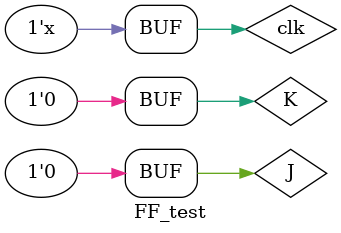
<source format=v>
`timescale 1ns / 1ps

module FF_test();
reg J, K, clk;
wire Q;

JKFF M1(J, K, clk, Q);

initial clk = 0;

always #5 clk = ~clk;

initial
    begin
        $monitor($time, "J = %b, K = %b, clk = %b, Q = %b", J, K, clk, Q);
        J = 0; K = 0; #20 
        J = 1; K = 0; #20
        J = 0; K = 0; #20
        J = 0; K = 1; #20
        J = 0; K = 0; #20
        J = 1; K = 1; #20
        J = 1; K = 1; #20
        J = 1; K = 0; #20
        J = 0; K = 1; #20
        J = 0; K = 0;
    end
endmodule

</source>
